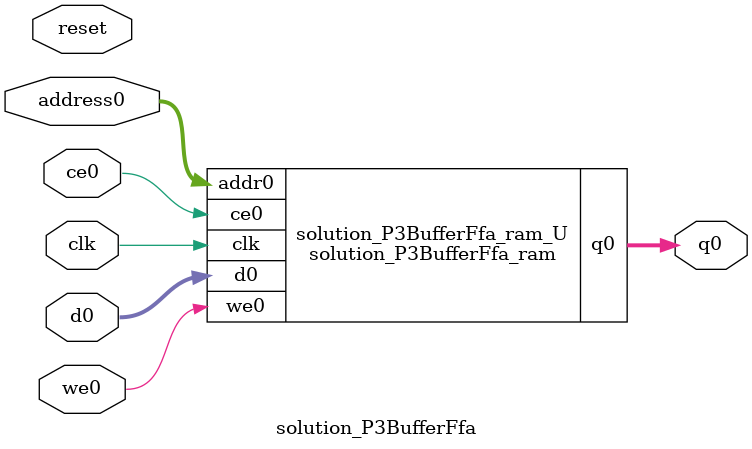
<source format=v>

`timescale 1 ns / 1 ps
module solution_P3BufferFfa_ram (addr0, ce0, d0, we0, q0,  clk);

parameter DWIDTH = 8;
parameter AWIDTH = 10;
parameter MEM_SIZE = 1000;

input[AWIDTH-1:0] addr0;
input ce0;
input[DWIDTH-1:0] d0;
input we0;
output reg[DWIDTH-1:0] q0;
input clk;

(* ram_style = "block" *)reg [DWIDTH-1:0] ram[0:MEM_SIZE-1];




always @(posedge clk)  
begin 
    if (ce0) 
    begin
        if (we0) 
        begin 
            ram[addr0] <= d0; 
            q0 <= d0;
        end 
        else 
            q0 <= ram[addr0];
    end
end


endmodule


`timescale 1 ns / 1 ps
module solution_P3BufferFfa(
    reset,
    clk,
    address0,
    ce0,
    we0,
    d0,
    q0);

parameter DataWidth = 32'd8;
parameter AddressRange = 32'd1000;
parameter AddressWidth = 32'd10;
input reset;
input clk;
input[AddressWidth - 1:0] address0;
input ce0;
input we0;
input[DataWidth - 1:0] d0;
output[DataWidth - 1:0] q0;



solution_P3BufferFfa_ram solution_P3BufferFfa_ram_U(
    .clk( clk ),
    .addr0( address0 ),
    .ce0( ce0 ),
    .we0( we0 ),
    .d0( d0 ),
    .q0( q0 ));

endmodule


</source>
